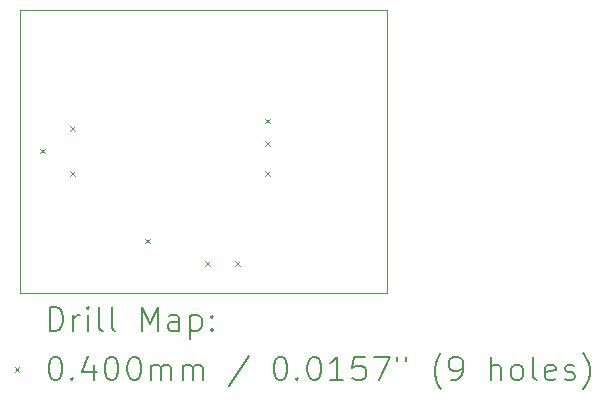
<source format=gbr>
%TF.GenerationSoftware,KiCad,Pcbnew,6.0.11-2627ca5db0~126~ubuntu20.04.1*%
%TF.CreationDate,2023-03-07T09:50:48+01:00*%
%TF.ProjectId,ecran,65637261-6e2e-46b6-9963-61645f706362,V1.0*%
%TF.SameCoordinates,Original*%
%TF.FileFunction,Drillmap*%
%TF.FilePolarity,Positive*%
%FSLAX45Y45*%
G04 Gerber Fmt 4.5, Leading zero omitted, Abs format (unit mm)*
G04 Created by KiCad (PCBNEW 6.0.11-2627ca5db0~126~ubuntu20.04.1) date 2023-03-07 09:50:48*
%MOMM*%
%LPD*%
G01*
G04 APERTURE LIST*
%ADD10C,0.100000*%
%ADD11C,0.200000*%
%ADD12C,0.040000*%
G04 APERTURE END LIST*
D10*
X12700000Y-12000000D02*
X9588500Y-12000000D01*
X12700000Y-9600000D02*
X12700000Y-12000000D01*
X9588500Y-12000000D02*
X9588500Y-9600000D01*
X9588500Y-9600000D02*
X12700000Y-9600000D01*
D11*
D12*
X9759000Y-10775000D02*
X9799000Y-10815000D01*
X9799000Y-10775000D02*
X9759000Y-10815000D01*
X10013000Y-10584500D02*
X10053000Y-10624500D01*
X10053000Y-10584500D02*
X10013000Y-10624500D01*
X10013000Y-10965500D02*
X10053000Y-11005500D01*
X10053000Y-10965500D02*
X10013000Y-11005500D01*
X10648000Y-11537000D02*
X10688000Y-11577000D01*
X10688000Y-11537000D02*
X10648000Y-11577000D01*
X11156000Y-11727500D02*
X11196000Y-11767500D01*
X11196000Y-11727500D02*
X11156000Y-11767500D01*
X11410000Y-11727500D02*
X11450000Y-11767500D01*
X11450000Y-11727500D02*
X11410000Y-11767500D01*
X11664000Y-10521000D02*
X11704000Y-10561000D01*
X11704000Y-10521000D02*
X11664000Y-10561000D01*
X11664000Y-10711500D02*
X11704000Y-10751500D01*
X11704000Y-10711500D02*
X11664000Y-10751500D01*
X11664000Y-10965500D02*
X11704000Y-11005500D01*
X11704000Y-10965500D02*
X11664000Y-11005500D01*
D11*
X9841119Y-12315476D02*
X9841119Y-12115476D01*
X9888738Y-12115476D01*
X9917310Y-12125000D01*
X9936357Y-12144048D01*
X9945881Y-12163095D01*
X9955405Y-12201190D01*
X9955405Y-12229762D01*
X9945881Y-12267857D01*
X9936357Y-12286905D01*
X9917310Y-12305952D01*
X9888738Y-12315476D01*
X9841119Y-12315476D01*
X10041119Y-12315476D02*
X10041119Y-12182143D01*
X10041119Y-12220238D02*
X10050643Y-12201190D01*
X10060167Y-12191667D01*
X10079214Y-12182143D01*
X10098262Y-12182143D01*
X10164929Y-12315476D02*
X10164929Y-12182143D01*
X10164929Y-12115476D02*
X10155405Y-12125000D01*
X10164929Y-12134524D01*
X10174452Y-12125000D01*
X10164929Y-12115476D01*
X10164929Y-12134524D01*
X10288738Y-12315476D02*
X10269690Y-12305952D01*
X10260167Y-12286905D01*
X10260167Y-12115476D01*
X10393500Y-12315476D02*
X10374452Y-12305952D01*
X10364929Y-12286905D01*
X10364929Y-12115476D01*
X10622071Y-12315476D02*
X10622071Y-12115476D01*
X10688738Y-12258333D01*
X10755405Y-12115476D01*
X10755405Y-12315476D01*
X10936357Y-12315476D02*
X10936357Y-12210714D01*
X10926833Y-12191667D01*
X10907786Y-12182143D01*
X10869690Y-12182143D01*
X10850643Y-12191667D01*
X10936357Y-12305952D02*
X10917310Y-12315476D01*
X10869690Y-12315476D01*
X10850643Y-12305952D01*
X10841119Y-12286905D01*
X10841119Y-12267857D01*
X10850643Y-12248809D01*
X10869690Y-12239286D01*
X10917310Y-12239286D01*
X10936357Y-12229762D01*
X11031595Y-12182143D02*
X11031595Y-12382143D01*
X11031595Y-12191667D02*
X11050643Y-12182143D01*
X11088738Y-12182143D01*
X11107786Y-12191667D01*
X11117310Y-12201190D01*
X11126833Y-12220238D01*
X11126833Y-12277381D01*
X11117310Y-12296428D01*
X11107786Y-12305952D01*
X11088738Y-12315476D01*
X11050643Y-12315476D01*
X11031595Y-12305952D01*
X11212548Y-12296428D02*
X11222071Y-12305952D01*
X11212548Y-12315476D01*
X11203024Y-12305952D01*
X11212548Y-12296428D01*
X11212548Y-12315476D01*
X11212548Y-12191667D02*
X11222071Y-12201190D01*
X11212548Y-12210714D01*
X11203024Y-12201190D01*
X11212548Y-12191667D01*
X11212548Y-12210714D01*
D12*
X9543500Y-12625000D02*
X9583500Y-12665000D01*
X9583500Y-12625000D02*
X9543500Y-12665000D01*
D11*
X9879214Y-12535476D02*
X9898262Y-12535476D01*
X9917310Y-12545000D01*
X9926833Y-12554524D01*
X9936357Y-12573571D01*
X9945881Y-12611667D01*
X9945881Y-12659286D01*
X9936357Y-12697381D01*
X9926833Y-12716428D01*
X9917310Y-12725952D01*
X9898262Y-12735476D01*
X9879214Y-12735476D01*
X9860167Y-12725952D01*
X9850643Y-12716428D01*
X9841119Y-12697381D01*
X9831595Y-12659286D01*
X9831595Y-12611667D01*
X9841119Y-12573571D01*
X9850643Y-12554524D01*
X9860167Y-12545000D01*
X9879214Y-12535476D01*
X10031595Y-12716428D02*
X10041119Y-12725952D01*
X10031595Y-12735476D01*
X10022071Y-12725952D01*
X10031595Y-12716428D01*
X10031595Y-12735476D01*
X10212548Y-12602143D02*
X10212548Y-12735476D01*
X10164929Y-12525952D02*
X10117310Y-12668809D01*
X10241119Y-12668809D01*
X10355405Y-12535476D02*
X10374452Y-12535476D01*
X10393500Y-12545000D01*
X10403024Y-12554524D01*
X10412548Y-12573571D01*
X10422071Y-12611667D01*
X10422071Y-12659286D01*
X10412548Y-12697381D01*
X10403024Y-12716428D01*
X10393500Y-12725952D01*
X10374452Y-12735476D01*
X10355405Y-12735476D01*
X10336357Y-12725952D01*
X10326833Y-12716428D01*
X10317310Y-12697381D01*
X10307786Y-12659286D01*
X10307786Y-12611667D01*
X10317310Y-12573571D01*
X10326833Y-12554524D01*
X10336357Y-12545000D01*
X10355405Y-12535476D01*
X10545881Y-12535476D02*
X10564929Y-12535476D01*
X10583976Y-12545000D01*
X10593500Y-12554524D01*
X10603024Y-12573571D01*
X10612548Y-12611667D01*
X10612548Y-12659286D01*
X10603024Y-12697381D01*
X10593500Y-12716428D01*
X10583976Y-12725952D01*
X10564929Y-12735476D01*
X10545881Y-12735476D01*
X10526833Y-12725952D01*
X10517310Y-12716428D01*
X10507786Y-12697381D01*
X10498262Y-12659286D01*
X10498262Y-12611667D01*
X10507786Y-12573571D01*
X10517310Y-12554524D01*
X10526833Y-12545000D01*
X10545881Y-12535476D01*
X10698262Y-12735476D02*
X10698262Y-12602143D01*
X10698262Y-12621190D02*
X10707786Y-12611667D01*
X10726833Y-12602143D01*
X10755405Y-12602143D01*
X10774452Y-12611667D01*
X10783976Y-12630714D01*
X10783976Y-12735476D01*
X10783976Y-12630714D02*
X10793500Y-12611667D01*
X10812548Y-12602143D01*
X10841119Y-12602143D01*
X10860167Y-12611667D01*
X10869690Y-12630714D01*
X10869690Y-12735476D01*
X10964929Y-12735476D02*
X10964929Y-12602143D01*
X10964929Y-12621190D02*
X10974452Y-12611667D01*
X10993500Y-12602143D01*
X11022071Y-12602143D01*
X11041119Y-12611667D01*
X11050643Y-12630714D01*
X11050643Y-12735476D01*
X11050643Y-12630714D02*
X11060167Y-12611667D01*
X11079214Y-12602143D01*
X11107786Y-12602143D01*
X11126833Y-12611667D01*
X11136357Y-12630714D01*
X11136357Y-12735476D01*
X11526833Y-12525952D02*
X11355405Y-12783095D01*
X11783976Y-12535476D02*
X11803024Y-12535476D01*
X11822071Y-12545000D01*
X11831595Y-12554524D01*
X11841119Y-12573571D01*
X11850643Y-12611667D01*
X11850643Y-12659286D01*
X11841119Y-12697381D01*
X11831595Y-12716428D01*
X11822071Y-12725952D01*
X11803024Y-12735476D01*
X11783976Y-12735476D01*
X11764928Y-12725952D01*
X11755405Y-12716428D01*
X11745881Y-12697381D01*
X11736357Y-12659286D01*
X11736357Y-12611667D01*
X11745881Y-12573571D01*
X11755405Y-12554524D01*
X11764928Y-12545000D01*
X11783976Y-12535476D01*
X11936357Y-12716428D02*
X11945881Y-12725952D01*
X11936357Y-12735476D01*
X11926833Y-12725952D01*
X11936357Y-12716428D01*
X11936357Y-12735476D01*
X12069690Y-12535476D02*
X12088738Y-12535476D01*
X12107786Y-12545000D01*
X12117309Y-12554524D01*
X12126833Y-12573571D01*
X12136357Y-12611667D01*
X12136357Y-12659286D01*
X12126833Y-12697381D01*
X12117309Y-12716428D01*
X12107786Y-12725952D01*
X12088738Y-12735476D01*
X12069690Y-12735476D01*
X12050643Y-12725952D01*
X12041119Y-12716428D01*
X12031595Y-12697381D01*
X12022071Y-12659286D01*
X12022071Y-12611667D01*
X12031595Y-12573571D01*
X12041119Y-12554524D01*
X12050643Y-12545000D01*
X12069690Y-12535476D01*
X12326833Y-12735476D02*
X12212548Y-12735476D01*
X12269690Y-12735476D02*
X12269690Y-12535476D01*
X12250643Y-12564048D01*
X12231595Y-12583095D01*
X12212548Y-12592619D01*
X12507786Y-12535476D02*
X12412548Y-12535476D01*
X12403024Y-12630714D01*
X12412548Y-12621190D01*
X12431595Y-12611667D01*
X12479214Y-12611667D01*
X12498262Y-12621190D01*
X12507786Y-12630714D01*
X12517309Y-12649762D01*
X12517309Y-12697381D01*
X12507786Y-12716428D01*
X12498262Y-12725952D01*
X12479214Y-12735476D01*
X12431595Y-12735476D01*
X12412548Y-12725952D01*
X12403024Y-12716428D01*
X12583976Y-12535476D02*
X12717309Y-12535476D01*
X12631595Y-12735476D01*
X12783976Y-12535476D02*
X12783976Y-12573571D01*
X12860167Y-12535476D02*
X12860167Y-12573571D01*
X13155405Y-12811667D02*
X13145881Y-12802143D01*
X13126833Y-12773571D01*
X13117309Y-12754524D01*
X13107786Y-12725952D01*
X13098262Y-12678333D01*
X13098262Y-12640238D01*
X13107786Y-12592619D01*
X13117309Y-12564048D01*
X13126833Y-12545000D01*
X13145881Y-12516428D01*
X13155405Y-12506905D01*
X13241119Y-12735476D02*
X13279214Y-12735476D01*
X13298262Y-12725952D01*
X13307786Y-12716428D01*
X13326833Y-12687857D01*
X13336357Y-12649762D01*
X13336357Y-12573571D01*
X13326833Y-12554524D01*
X13317309Y-12545000D01*
X13298262Y-12535476D01*
X13260167Y-12535476D01*
X13241119Y-12545000D01*
X13231595Y-12554524D01*
X13222071Y-12573571D01*
X13222071Y-12621190D01*
X13231595Y-12640238D01*
X13241119Y-12649762D01*
X13260167Y-12659286D01*
X13298262Y-12659286D01*
X13317309Y-12649762D01*
X13326833Y-12640238D01*
X13336357Y-12621190D01*
X13574452Y-12735476D02*
X13574452Y-12535476D01*
X13660167Y-12735476D02*
X13660167Y-12630714D01*
X13650643Y-12611667D01*
X13631595Y-12602143D01*
X13603024Y-12602143D01*
X13583976Y-12611667D01*
X13574452Y-12621190D01*
X13783976Y-12735476D02*
X13764928Y-12725952D01*
X13755405Y-12716428D01*
X13745881Y-12697381D01*
X13745881Y-12640238D01*
X13755405Y-12621190D01*
X13764928Y-12611667D01*
X13783976Y-12602143D01*
X13812548Y-12602143D01*
X13831595Y-12611667D01*
X13841119Y-12621190D01*
X13850643Y-12640238D01*
X13850643Y-12697381D01*
X13841119Y-12716428D01*
X13831595Y-12725952D01*
X13812548Y-12735476D01*
X13783976Y-12735476D01*
X13964928Y-12735476D02*
X13945881Y-12725952D01*
X13936357Y-12706905D01*
X13936357Y-12535476D01*
X14117309Y-12725952D02*
X14098262Y-12735476D01*
X14060167Y-12735476D01*
X14041119Y-12725952D01*
X14031595Y-12706905D01*
X14031595Y-12630714D01*
X14041119Y-12611667D01*
X14060167Y-12602143D01*
X14098262Y-12602143D01*
X14117309Y-12611667D01*
X14126833Y-12630714D01*
X14126833Y-12649762D01*
X14031595Y-12668809D01*
X14203024Y-12725952D02*
X14222071Y-12735476D01*
X14260167Y-12735476D01*
X14279214Y-12725952D01*
X14288738Y-12706905D01*
X14288738Y-12697381D01*
X14279214Y-12678333D01*
X14260167Y-12668809D01*
X14231595Y-12668809D01*
X14212548Y-12659286D01*
X14203024Y-12640238D01*
X14203024Y-12630714D01*
X14212548Y-12611667D01*
X14231595Y-12602143D01*
X14260167Y-12602143D01*
X14279214Y-12611667D01*
X14355405Y-12811667D02*
X14364928Y-12802143D01*
X14383976Y-12773571D01*
X14393500Y-12754524D01*
X14403024Y-12725952D01*
X14412548Y-12678333D01*
X14412548Y-12640238D01*
X14403024Y-12592619D01*
X14393500Y-12564048D01*
X14383976Y-12545000D01*
X14364928Y-12516428D01*
X14355405Y-12506905D01*
M02*

</source>
